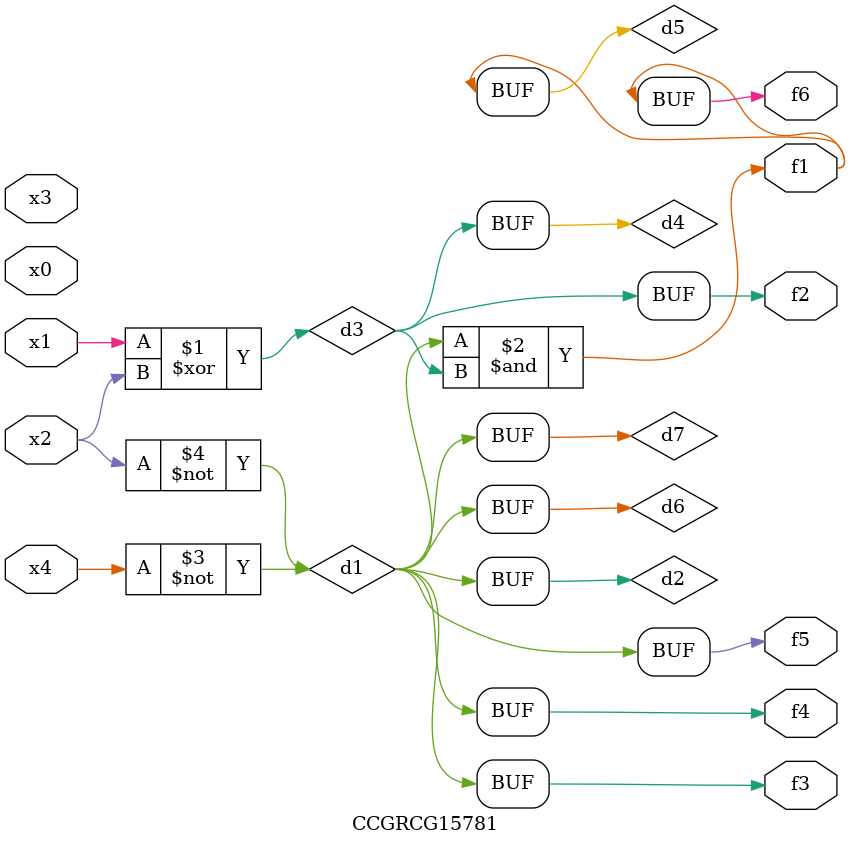
<source format=v>
module CCGRCG15781(
	input x0, x1, x2, x3, x4,
	output f1, f2, f3, f4, f5, f6
);

	wire d1, d2, d3, d4, d5, d6, d7;

	not (d1, x4);
	not (d2, x2);
	xor (d3, x1, x2);
	buf (d4, d3);
	and (d5, d1, d3);
	buf (d6, d1, d2);
	buf (d7, d2);
	assign f1 = d5;
	assign f2 = d4;
	assign f3 = d7;
	assign f4 = d7;
	assign f5 = d7;
	assign f6 = d5;
endmodule

</source>
